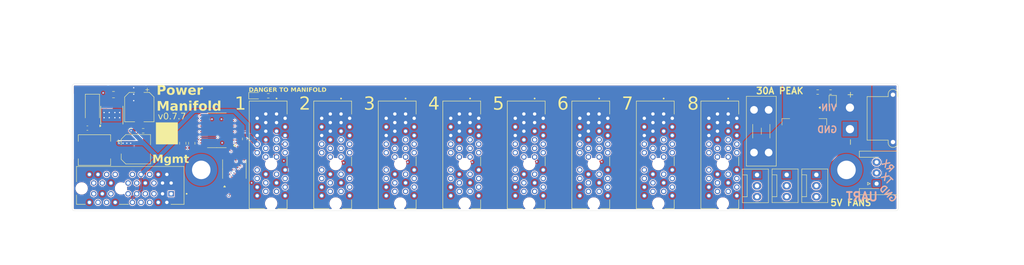
<source format=kicad_pcb>
(kicad_pcb (version 20240108) (generator "pcbnew") (generator_version "8.0")
  (title_block (date "2024-06-09") (rev "v0.7.7"))
  (layers (0 "F.Cu" signal) (1 "In1.Cu" power) (2 "In2.Cu" power) (31 "B.Cu" signal) (34 "B.Paste" user) (35 "F.Paste" user) (36 "B.SilkS" user "B.Silkscreen") (37 "F.SilkS" user "F.Silkscreen") (38 "B.Mask" user) (39 "F.Mask" user) (44 "Edge.Cuts" user))
  (net 0 "")
  (net 1 "GND")
  (net 2 "VIN")
  (net 3 "SDA1")
  (net 4 "ALERT")
  (net 7 "SDA5")
  (net 8 "SDA2")
  (net 9 "SDA6")
  (net 10 "SDA3")
  (net 11 "VDD")
  (net 12 "SDA7")
  (net 13 "SDA4")
  (net 14 "SDA8")
  (net 16 "SWD1")
  (net 18 "SW_A0")
  (net 19 "OVERLOAD")
  (net 24 "SW_A1")
  (net 25 "SWD5")
  (net 26 "SW_A2")
  (net 27 "SWD2")
  (net 28 "SWCLK")
  (net 29 "SWD6")
  (net 30 "SWD3")
  (net 31 "+5V")
  (net 32 "SCL")
  (net 33 "SDA")
  (net 34 "SWD")
  (net 35 "I2C_RESET")
  (net 37 "Net-(D1-A)")
  (net 39 "SWD7")
  (net 43 "/VIN_PREFUSE")
  (net 44 "SWD4")
  (net 49 "SWD8")
  (net 61 "Net-(U1-BOOT)")
  (net 62 "/SW")
  (net 65 "UART_TX")
  (net 70 "UART_RX")
  (net 93 "/VSENSE")
  (net 106 "Net-(D3-K)")
  (net 107 "Net-(Q1-G)")
  (net 108 "/GND_OUT")
  (footprint "MountingHole:MountingHole_4.3mm_M4_DIN965_Pad" (layer "F.Cu") (at 215 70)
    (property "Reference" "H2" (hide yes))
    (property "Value" "LRS")
  )
  (footprint "Diode_SMD:D_SOD-323" (layer "F.Cu") (at 211.8 54.3 -90)
    (property "Reference" "D3" (hide yes))
    (property "Value" "BZT52C10S")
  )
  (footprint "Inductor_SMD:L_Sunlord_MWSA0603S" (layer "F.Cu") (at 40.171471 65.385)
    (property "Reference" "L1" (hide yes))
    (property "Value" "15uH")
  )
  (footprint "Local Library:AMPHENOL_PCI_E_10018783-10210TLF" (layer "F.Cu") (at 126.25 68.65 -90)
    (property "Reference" "J9" (hide yes))
    (property "Value" "Bus_PCI_Express_x1")
  )
  (footprint "Diode_SMD:D_SMA" (layer "F.Cu") (at 39.7 55.915 -90)
    (property "Reference" "D2" (hide yes))
    (property "Value" "SS34")
  )
  (footprint "Capacitor_SMD:CP_Elec_6.3x5.4_Nichicon" (layer "F.Cu") (at 49.8 65.2)
    (property "Reference" "C4" (hide yes))
    (property "Value" "220uF")
  )
  (footprint "Package_SO:TSSOP-16_4.4x5mm_P0.65mm" (layer "F.Cu") (at 72.7 69.8 90)
    (property "Reference" "U3" (hide yes))
    (property "Value" "74HC4051")
  )
  (footprint "Capacitor_SMD:C_0603_1608Metric" (layer "F.Cu") (at 38.526471 60.285 180)
    (property "Reference" "C3" (hide yes))
    (property "Value" "10nF")
  )
  (footprint "MountingHole:MountingHole_4.3mm_M4_DIN965_Pad" (layer "F.Cu") (at 65 70)
    (property "Reference" "H1" (hide yes))
    (property "Value" "LRS")
  )
  (footprint "Local Library:AMPHENOL_PCI_E_10018783-10210TLF" (layer "F.Cu") (at 96.25 68.65 -90)
    (property "Reference" "J5" (hide yes))
    (property "Value" "Bus_PCI_Express_x1")
  )
  (footprint "Resistor_SMD:R_0603_1608Metric" (layer "F.Cu") (at 51.5 60.9)
    (property "Reference" "R3" (hide yes))
    (property "Value" "3.24K")
  )
  (footprint "LED_SMD:LED_0603_1608Metric" (layer "F.Cu") (at 77.53 52.75)
    (property "Reference" "D1" (hide yes))
    (property "Value" "LED")
  )
  (footprint "Local Library:AMPHENOL_PCI_E_10018783-10210TLF" (layer "F.Cu") (at 81.25 68.65 -90)
    (property "Reference" "J3" (hide yes))
    (property "Value" "Bus_PCI_Express_x1")
  )
  (footprint "Package_SO:TSSOP-24_4.4x7.8mm_P0.65mm" (layer "F.Cu") (at 68.6225 60.79 180)
    (property "Reference" "U2" (hide yes))
    (property "Value" "TCA9548APWR")
  )
  (footprint "Capacitor_SMD:C_0805_2012Metric" (layer "F.Cu") (at 60.7 63.8 90)
    (property "Reference" "C5" (hide yes))
    (property "Value" "10uF")
  )
  (footprint "Resistor_SMD:R_0603_1608Metric" (layer "F.Cu") (at 211.3 51.9)
    (property "Reference" "R5" (hide yes))
    (property "Value" "100K")
  )
  (footprint "Connector:FanPinHeader_1x03_P2.54mm_Vertical" (layer "F.Cu") (at 208 71.14 -90)
    (property "Reference" "M1" (hide yes))
    (property "Value" "FAN1")
  )
  (footprint "Local Library:AMPHENOL_PCI_E_10018783-10210TLF" (layer "F.Cu") (at 171.25 68.65 -90)
    (property "Reference" "J8" (hide yes))
    (property "Value" "Bus_PCI_Express_x1")
  )
  (footprint "Package_TO_SOT_SMD:TO-263-2" (layer "F.Cu") (at 205.2 62.9 -90)
    (property "Reference" "Q1" (hide yes))
    (property "Value" "IRF540N")
  )
  (footprint "Local Library:AMPHENOL_PCI_E_10018783-10210TLF" (layer "F.Cu") (at 46.35 74.3 180)
    (property "Reference" "J1" (hide yes))
    (property "Value" "Mgmt_Module")
  )
  (footprint "Fuse:Fuseholder_Blade_Mini_Keystone_3568" (layer "F.Cu") (at 196.9 56.04 -90)
    (property "Reference" "F1" (hide yes))
    (property "Value" "15A")
  )
  (footprint "Capacitor_SMD:CP_Elec_6.3x7.7" (layer "F.Cu") (at 50.6 55.4 -90)
    (property "Reference" "C1" (hide yes))
    (property "Value" "47uF")
  )
  (footprint "Local Library:AMPHENOL_PCI_E_10018783-10210TLF" (layer "F.Cu") (at 141.25 68.65 -90)
    (property "Reference" "J4" (hide yes))
    (property "Value" "Bus_PCI_Express_x1")
  )
  (footprint "Resistor_SMD:R_0603_1608Metric" (layer "F.Cu") (at 80.58 52.77 180)
    (property "Reference" "R1" (hide yes))
    (property "Value" "220R")
  )
  (footprint "Connector_AMASS:AMASS_XT30PW-M_1x02_P2.50mm_Horizontal" (layer "F.Cu") (at 215.8 60.52 -90)
    (property "Reference" "J2" (hide yes))
    (property "Value" "PWR")
  )
  (footprint "Connector:FanPinHeader_1x03_P2.54mm_Vertical" (layer "F.Cu") (at 201.1 71.14 -90)
    (property "Reference" "M2" (hide yes))
    (property "Value" "FAN2")
  )
  (footprint "Local Library:AMPHENOL_PCI_E_10018783-10210TLF" (layer "F.Cu") (at 186.25 68.65 -90)
    (property "Reference" "J10" (hide yes))
    (property "Value" "Bus_PCI_Express_x1")
  )
  (footprint "Local Library:AMPHENOL_PCI_E_10018783-10210TLF" (layer "F.Cu") (at 111.25 68.65 -90)
    (property "Reference" "J7" (hide yes))
    (property "Value" "Bus_PCI_Express_x1")
  )
  (footprint "Package_SO:TI_SO-PowerPAD-8_ThermalVias" (layer "F.Cu") (at 44.216471 57.265 90)
    (property "Reference" "U1" (hide yes))
    (property "Value" "TPS5430DDA")
  )
  (footprint "Connector_JST:JST_XH_S3B-XH-A-1_1x03_P2.50mm_Horizontal" (layer "F.Cu") (at 222 73.2 90)
    (property "Reference" "J11" (hide yes))
    (property "Value" "UPS_UART")
  )
  (footprint "Resistor_SMD:R_0603_1608Metric" (layer "F.Cu") (at 48.5 60.9 180)
    (property "Reference" "R2" (hide yes))
    (property "Value" "10K")
  )
  (footprint "Resistor_SMD:R_0603_1608Metric" (layer "F.Cu") (at 75.1 62.8 90)
    (property "Reference" "R4" (hide yes))
    (property "Value" "10K")
  )
  (footprint "Connector:FanPinHeader_1x03_P2.54mm_Vertical" (layer "F.Cu") (at 194.2 71.16 -90)
    (property "Reference" "M3" (hide yes))
    (property "Value" "FAN3")
  )
  (footprint "Capacitor_SMD:C_0805_2012Metric" (layer "F.Cu") (at 62.8 63.8 90)
    (property "Reference" "C6" (hide yes))
    (property "Value" "10uF")
  )
  (footprint "Resistor_SMD:R_0603_1608Metric" (layer "F.Cu") (at 208.3 51.9)
    (property "Reference" "R6" (hide yes))
    (property "Value" "10K")
  )
  (footprint "Capacitor_SMD:C_0805_2012Metric" (layer "F.Cu") (at 44.6 52.5)
    (property "Reference" "C2" (hide yes))
    (property "Value" "10uF")
  )
  (footprint "Local Library:AMPHENOL_PCI_E_10018783-10210TLF" (layer "F.Cu") (at 156.25 68.65 -90)
    (property "Reference" "J6" (hide yes))
    (property "Value" "Bus_PCI_Express_x1")
  )
  (gr_rect (start 54.5 59) (end 59.5 64) (stroke (width 0.1)) (fill solid) (layer "F.SilkS"))
  (gr_line (start 35 50.5) (end 35 79) (stroke (width 0.05)) (layer "Edge.Cuts"))
  (gr_arc (start 226.5 50) (mid 226.853553 50.146447) (end 227 50.5) (stroke (width 0.05)) (layer "Edge.Cuts"))
  (gr_line (start 226.5 79.5) (end 35.5 79.5) (stroke (width 0.05)) (layer "Edge.Cuts"))
  (gr_line (start 35.5 50) (end 226.5 50) (stroke (width 0.05)) (layer "Edge.Cuts"))
  (gr_arc (start 227 79) (mid 226.853553 79.353553) (end 226.5 79.5) (stroke (width 0.05)) (layer "Edge.Cuts"))
  (gr_arc (start 35.5 79.5) (mid 35.146447 79.353553) (end 35 79) (stroke (width 0.05)) (layer "Edge.Cuts"))
  (gr_line (start 227 50.5) (end 227 79) (stroke (width 0.05)) (layer "Edge.Cuts"))
  (gr_arc (start 35 50.5) (mid 35.146447 50.146447) (end 35.5 50) (stroke (width 0.05)) (layer "Edge.Cuts"))
  (gr_text "GND" (at 213 61.5 -0) (layer "B.SilkS") (effects (font (size 1.5 1.5) (thickness 0.3) (bold yes)) (justify left bottom mirror)))
  (gr_text "VIN" (at 212.9 56.4 0) (layer "B.SilkS") (effects (font (size 1.5 1.5) (thickness 0.3) (bold yes)) (justify left bottom mirror)))
  (gr_text "UART" (at 222.5 77.4 0) (layer "B.SilkS") (effects (font (size 2 2) (thickness 0.4) (bold yes)) (justify left bottom mirror)))
  (gr_text "TX" (at 224.8 73.7 315) (layer "B.SilkS") (effects (font (size 1.5 1.5) (thickness 0.3) (bold yes)) (justify left bottom mirror)))
  (gr_text "RX" (at 225.2 70.9 315) (layer "B.SilkS") (effects (font (size 1.5 1.5) (thickness 0.3) (bold yes)) (justify left bottom mirror)))
  (gr_text "GND" (at 225.8 77.9 315) (layer "B.SilkS") (effects (font (size 1.5 1.5) (thickness 0.3) (bold yes)) (justify left bottom mirror)))
  (gr_text "${REVISION}" (at 54.9 58.5 0) (layer "F.SilkS") (effects (font (size 1.5 1.5) (thickness 0.225)) (justify left bottom)))
  (gr_text "8" (at 178 56.5 0) (layer "F.SilkS") (effects (font (size 3 3) (thickness 0.3)) (justify left bottom)))
  (gr_text "Mgmt" (at 53.6 68.7 0) (layer "F.SilkS") (effects (font (size 1.9 1.9) (thickness 0.375) (bold yes)) (justify left bottom)))
  (gr_text "3" (at 102.75 56.5 0) (layer "F.SilkS") (effects (font (size 3 3) (thickness 0.3)) (justify left bottom)))
  (gr_text "30A PEAK" (at 199.5 52.5 0) (layer "F.SilkS") (effects (font (size 1.5 1.5) (thickness 0.3) (bold yes)) (justify bottom)))
  (gr_text "2" (at 87.75 56.5 0) (layer "F.SilkS") (effects (font (size 3 3) (thickness 0.3)) (justify left bottom)))
  (gr_text "6" (at 147.75 56.5 0) (layer "F.SilkS") (effects (font (size 3 3) (thickness 0.3)) (justify left bottom)))
  (gr_text "DANGER TO MANIFOLD" (at 76.045 52.015 0) (layer "F.SilkS") (effects (font (size 1 1) (thickness 0.2) (bold yes) (italic yes)) (justify left bottom)))
  (gr_text "5" (at 132.75 56.5 0) (layer "F.SilkS") (effects (font (size 3 3) (thickness 0.3)) (justify left bottom)))
  (gr_text "7" (at 162.75 56.5 0) (layer "F.SilkS") (effects (font (size 3 3) (thickness 0.3)) (justify left bottom)))
  (gr_text "Power\nManifold" (at 54.6 56.6 0) (layer "F.SilkS") (effects (font (size 2.2 2.2) (thickness 0.36) (bold yes) (italic yes)) (justify left bottom)))
  (gr_text "4" (at 117.75 56.5 0) (layer "F.SilkS") (effects (font (size 3 3) (thickness 0.3)) (justify left bottom)))
  (gr_text "1" (at 72.75 56.5 0) (layer "F.SilkS") (effects (font (size 3 3) (thickness 0.3)) (justify left bottom)))
  (gr_text "5V FANS" (at 211.1 78.5 0) (layer "F.SilkS") (effects (font (size 1.5 1.5) (thickness 0.3) (bold yes)) (justify left bottom)))
  (via (at 76.7 73) (size 0.6) (drill 0.3) (layers "F.Cu" "B.Cu") (net 1))
  (via (at 143 68.1) (size 0.6) (drill 0.3) (layers "F.Cu" "B.Cu") (net 1))
  (via (at 69.86 63.71) (size 0.6) (drill 0.3) (layers "F.Cu" "B.Cu") (net 1))
  (via (at 128 68.2) (size 0.6) (drill 0.3) (layers "F.Cu" "B.Cu") (net 1))
  (via (at 42.2 52.1) (size 0.6) (drill 0.3) (layers "F.Cu" "B.Cu") (net 1))
  (via (at 113 68.2) (size 0.6) (drill 0.3) (layers "F.Cu" "B.Cu") (net 1))
  (via (at 69.7 58.2) (size 0.6) (drill 0.3) (layers "F.Cu" "B.Cu") (net 1))
  (via (at 84.2 67.9) (size 0.6) (drill 0.3) (layers "F.Cu" "B.Cu") (net 1))
  (via (at 98.1 68.3) (size 0.6) (drill 0.3) (layers "F.Cu" "B.Cu") (net 1))
  (via (at 67.5 58.2) (size 0.6) (drill 0.3) (layers "F.Cu" "B.Cu") (net 1))
  (via (at 158.1 68.1) (size 0.6) (drill 0.3) (layers "F.Cu" "B.Cu") (net 1))
  (via (at 49.3 53.9) (size 0.5) (drill 0.3) (layers "F.Cu" "B.Cu") (net 2))
  (via (at 49.3 50.9) (size 0.5) (drill 0.3) (layers "F.Cu" "B.Cu") (net 2))
  (via (at 49.3 52.4) (size 0.5) (drill 0.3) (layers "F.Cu" "B.Cu") (net 2))
  (segment (start 74.4 61.1) (end 73.085 62.415) (width 0.2) (layer "F.Cu") (net 3))
  (segment (start 76.1 61.6) (end 75.6 61.1) (width 0.2) (layer "F.Cu") (net 3))
  (segment (start 77.608982 64.944) (end 76.1 63.435018) (width 0.2) (layer "F.Cu") (net 3))
  (segment (start 84.5 64) (end 79.335018 64) (width 0.2) (layer "F.Cu") (net 3))
  (segment (start 76.1 63.435018) (end 76.1 61.6) (width 0.2) (layer "F.Cu") (net 3))
  (segment (start 78.391018 64.944) (end 77.608982 64.944) (width 0.2) (layer "F.Cu") (net 3))
  (segment (start 79.335018 64) (end 78.391018 64.944) (width 0.2) (layer "F.Cu") (net 3))
  (segment (start 73.085 62.415) (end 71.485 62.415) (width 0.2) (layer "F.Cu") (net 3))
  (segment (start 75.6 61.1) (end 74.4 61.1) (width 0.2) (layer "F.Cu") (net 3))
  (segment (start 64.885 57.215) (end 64.6 57.5) (width 0.2) (layer "F.Cu") (net 7))
  (segment (start 65.76 57.215) (end 64.885 57.215) (width 0.2) (layer "F.Cu") (net 7))
  (via (at 64.6 57.5) (size 0.45) (drill 0.3) (layers "F.Cu" "B.Cu") (net 7))
  (segment (start 72.8 61.11) (end 71.49 61.11) (width 0.2) (layer "F.Cu") (net 8))
  (via (at 72.8 61.11) (size 0.45) (drill 0.3) (layers "F.Cu" "B.Cu") (net 8))
  (segment (start 64.6 58.52) (end 64.605 58.515) (width 0.2) (layer "F.Cu") (net 9))
  (segment (start 64.605 58.515) (end 65.76 58.515) (width 0.2) (layer "F.Cu") (net 9))
  (via (at 64.6 58.52) (size 0.45) (drill 0.3) (layers "F.Cu" "B.Cu") (net 9))
  (segment (start 72.8 59.81) (end 71.49 59.81) (width 0.2) (layer "F.Cu") (net 10))
  (via (at 72.8 59.81) (size 0.45) (drill 0.3) (layers "F.Cu" "B.Cu") (net 10))
  (segment (start 60.7 64.75) (end 61.65 63.8) (width 0.25) (layer "F.Cu") (net 11))
  (segment (start 68.1 65) (end 70.0375 66.9375) (width 0.25) (layer "F.Cu") (net 11))
  (segment (start 64.604732 64.365) (end 65.76 64.365) (width 0.25) (layer "F.Cu") (net 11))
  (segment (start 61.65 63.8) (end 63.6 63.8) (width 0.25) (layer "F.Cu") (net 11))
  (segment (start 61.8 64.9) (end 62.65 64.9) (width 0.2) (layer "F.Cu") (net 11))
  (segment (start 61.8 64.9) (end 60.85 64.9) (width 0.2) (layer "F.Cu") (net 11))
  (segment (start 62.8 64.75) (end 63.65 64.75) (width 0.25) (layer "F.Cu") (net 11))
  (segment (start 70.0375 66.9375) (end 70.425 66.9375) (width 0.25) (layer "F.Cu") (net 11))
  (segment (start 63.6 63.8) (end 64.169732 64.369732) (width 0.25) (layer "F.Cu") (net 11))
  (segment (start 75.625 63.625) (end 75.1 63.625) (width 0.2) (layer "F.Cu") (net 11))
  (segment (start 63.9 65) (end 68.1 65) (width 0.25) (layer "F.Cu") (net 11))
  (segment (start 63.65 64.75) (end 63.9 65) (width 0.25) (layer "F.Cu") (net 11))
  (segment (start 64.169732 64.369732) (end 64.6 64.369732) (width 0.25) (layer "F.Cu") (net 11))
  (segment (start 78 66) (end 75.625 63.625) (width 0.2) (layer "F.Cu") (net 11))
  (via (at 61.8 64.9) (size 0.6) (drill 0.3) (layers "F.Cu" "B.Cu") (net 11))
  (segment (start 64.605 59.815) (end 65.76 59.815) (width 0.2) (layer "F.Cu") (net 12))
  (segment (start 64.6 59.81) (end 64.605 59.815) (width 0.2) (layer "F.Cu") (net 12))
  (via (at 64.6 59.81) (size 0.45) (drill 0.3) (layers "F.Cu" "B.Cu") (net 12))
  (segment (start 72.785 58.515) (end 71.485 58.515) (width 0.2) (layer "F.Cu") (net 13))
  (segment (start 72.8 58.5) (end 72.785 58.515) (width 0.2) (layer "F.Cu") (net 13))
  (via (at 72.8 58.5) (size 0.45) (drill 0.3) (layers "F.Cu" "B.Cu") (net 13))
  (segment (start 64.6 61.11) (end 65.755 61.11) (width 0.2) (layer "F.Cu") (net 14))
  (via (at 64.6 61.11) (size 0.45) (drill 0.3) (layers "F.Cu" "B.Cu") (net 14))
  (segment (start 72.979288 68.624999) (end 75.475001 68.624999) (width 0.2) (layer "F.Cu") (net 16))
  (segment (start 72.375 68.020711) (end 72.979288 68.624999) (width 0.2) (layer "F.Cu") (net 16))
  (segment (start 77.1 67) (end 78.335018 67) (width 0.2) (layer "F.Cu") (net 16))
  (segment (start 72.375 66.9375) (end 72.375 68.020711) (width 0.2) (layer "F.Cu") (net 16))
  (segment (start 79.279018 66.056) (end 81.556 66.056) (width 0.2) (layer "F.Cu") (net 16))
  (segment (start 75.475001 68.624999) (end 77.1 67) (width 0.2) (layer "F.Cu") (net 16))
  (segment (start 78.335018 67) (end 79.279018 66.056) (width 0.2) (layer "F.Cu") (net 16))
  (segment (start 81.556 66.056) (end 82.5 67) (width 0.2) (layer "F.Cu") (net 16))
  (segment (start 73.675 64.835) (end 73.675 67.025) (width 0.2) (layer "F.Cu") (net 18))
  (segment (start 73.2 64.36) (end 73.675 64.835) (width 0.2) (layer "F.Cu") (net 18))
  (segment (start 73.2 64.36) (end 73.195 64.365) (width 0.2) (layer "F.Cu") (net 18))
  (via (at 73.2 64.36) (size 0.45) (drill 0.3) (layers "F.Cu" "B.Cu") (net 18))
  (segment (start 81.405 61.305) (end 81.405 52.77) (width 0.2) (layer "F.Cu") (net 19))
  (segment (start 84.044 62.944) (end 83.044 61.944) (width 0.2) (layer "F.Cu") (net 19))
  (segment (start 84.5 74) (end 85.444 73.056) (width 0.2) (layer "F.Cu") (net 19))
  (segment (start 83.044 61.944) (end 82.044 61.944) (width 0.2) (layer "F.Cu") (net 19))
  (segment (start 84.891018 62.944) (end 84.044 62.944) (width 0.2) (layer "F.Cu") (net 19))
  (segment (start 82.044 61.944) (end 81.405 61.305) (width 0.2) (layer "F.Cu") (net 19))
  (segment (start 85.444 73.056) (end 85.444 63.496982) (width 0.2) (layer "F.Cu") (net 19))
  (segment (start 85.444 63.496982) (end 84.891018 62.944) (width 0.2) (layer "F.Cu") (net 19))
  (segment (start 72.8 63.720003) (end 73.302466 63.720003) (width 0.2) (layer "F.Cu") (net 24))
  (segment (start 74.3 64.717537) (end 74.3 67) (width 0.2) (layer "F.Cu") (net 24))
  (segment (start 73.302466 63.720003) (end 74.3 64.717537) (width 0.2) (layer "F.Cu") (net 24))
  (segment (start 72.8 63.720003) (end 72.794997 63.715) (width 0.2) (layer "F.Cu") (net 24))
  (via (at 72.8 63.720003) (size 0.45) (drill 0.3) (layers "F.Cu" "B.Cu") (net 24))
  (segment (start 72.6 69.947808) (end 71.352192 69.947808) (width 0.2) (layer "F.Cu") (net 25))
  (segment (start 70.425 70.875) (end 70.425 72.6625) (width 0.2) (layer "F.Cu") (net 25))
  (segment (start 71.352192 69.947808) (end 70.425 70.875) (width 0.2) (layer "F.Cu") (net 25))
  (via (at 72.6 69.947808) (size 0.45) (drill 0.3) (layers "F.Cu" "B.Cu") (net 25))
  (segment (start 75 68) (end 74.975 67.975) (width 0.2) (layer "F.Cu") (net 26))
  (segment (start 74.975 67.975) (end 74.975 66.9375) (width 0.2) (layer "F.Cu") (net 26))
  (via (at 68.8 62.425) (size 0.45) (drill 0.3) (layers "F.Cu" "B.Cu") (net 26))
  (via (at 64.6 62.41) (size 0.45) (drill 0.3) (layers "F.Cu" "B.Cu") (net 26))
  (via (at 75 68) (size 0.45) (drill 0.3) (layers "F.Cu" "B.Cu") (net 26))
  (segment (start 68.785 62.41) (end 64.6 62.41) (width 0.2) (layer "B.Cu") (net 26))
  (segment (start 68.8 62.425) (end 68.785 62.41) (width 0.2) (layer "B.Cu") (net 26))
  (segment (start 74.175 69.024999) (end 72.813602 69.024999) (width 0.2) (layer "F.Cu") (net 27))
  (segment (start 72.813602 69.024999) (end 71.725 67.936397) (width 0.2) (layer "F.Cu") (net 27))
  (segment (start 71.725 67.936397) (end 71.725 66.9375) (width 0.2) (layer "F.Cu") (net 27))
  (segment (start 74.3 69.149999) (end 74.175 69.024999) (width 0.2) (layer "F.Cu") (net 27))
  (via (at 74.3 69.149999) (size 0.45) (drill 0.3) (layers "F.Cu" "B.Cu") (net 27))
  (segment (start 72.631913 70.7) (end 73.025 71.093087) (width 0.2) (layer "F.Cu") (net 29))
  (segment (start 73.025 71.093087) (end 73.025 72.6625) (width 0.2) (layer "F.Cu") (net 29))
  (via (at 72.631913 70.7) (size 0.45) (drill 0.3) (layers "F.Cu" "B.Cu") (net 29))
  (segment (start 73.496751 69.424999) (end 72.647916 69.424999) (width 0.2) (layer "F.Cu") (net 30))
  (segment (start 72.647916 69.424999) (end 71.075 67.852083) (width 0.2) (layer "F.Cu") (net 30))
  (segment (start 71.075 67.852083) (end 71.075 66.9375) (width 0.2) (layer "F.Cu") (net 30))
  (segment (start 73.7 69.628248) (end 73.496751 69.424999) (width 0.2) (layer "F.Cu") (net 30))
  (via (at 73.7 69.628248) (size 0.5) (drill 0.3) (layers "F.Cu" "B.Cu") (net 30))
  (segment (start 48.7 60.9) (end 49.325 60.9) (width 0.2) (layer "F.Cu") (net 31))
  (via (at 47.7 63.8) (size 0.6) (drill 0.3) (layers "F.Cu" "B.Cu") (net 31))
  (via (at 48.7 60.9) (size 0.45) (drill 0.3) (layers "F.Cu" "B.Cu") (net 31))
  (via (at 48.6 63.808532) (size 0.6) (drill 0.3) (layers "F.Cu" "B.Cu") (net 31))
  (via (at 46.8 63.8) (size 0.6) (drill 0.3) (layers "F.Cu" "B.Cu") (net 31))
  (via (at 45.9 63.8) (size 0.6) (drill 0.3) (layers "F.Cu" "B.Cu") (net 31))
  (segment (start 51 71.05) (end 51 74.55) (width 0.3) (layer "B.Cu") (net 31))
  (segment (start 58.86 60.74) (end 58.86 63.19) (width 1) (layer "B.Cu") (net 31))
  (segment (start 51 71.05) (end 58.86 63.19) (width 1) (layer "B.Cu") (net 31))
  (segment (start 72.7 56.3) (end 75.8 59.4) (width 1) (layer "B.Cu") (net 31))
  (segment (start 63.3 56.3) (end 72.7 56.3) (width 1) (layer "B.Cu") (net 31))
  (segment (start 49 77.55) (end 49 76.55) (width 0.3) (layer "B.Cu") (net 31))
  (segment (start 75.8 61.8) (end 78 64) (width 1) (layer "B.Cu") (net 31))
  (segment (start 45.9 63.8) (end 51.6 63.8) (width 1) (layer "B.Cu") (net 31))
  (segment (start 49 76.55) (end 50 75.55) (width 0.3) (layer "B.Cu") (net 31))
  (segment (start 48.7 60.9) (end 51.6 63.8) (width 1) (layer "B.Cu") (net 31))
  (segment (start 63.3 56.3) (end 58.86 60.74) (width 1) (layer "B.Cu") (net 31))
  (segment (start 75.8 59.4) (end 75.8 61.8) (width 1) (layer "B.Cu") (net 31))
  (segment (start 51 74.55) (end 50 75.55) (width 0.3) (layer "B.Cu") (net 31))
  (segment (start 51.6 63.8) (end 54.925 67.125) (width 1) (layer "B.Cu") (net 31))
  (segment (start 70.829044 61.765) (end 71.485 61.765) (width 0.2) (layer "F.Cu") (net 32))
  (segment (start 66.575 60.465) (end 65.76 60.465) (width 0.2) (layer "F.Cu") (net 32))
  (segment (start 70.4475 60.765001) (end 70.4475 61.383456) (width 0.2) (layer "F.Cu") (net 32))
  (segment (start 65.76 61.765) (end 66.497499 61.765) (width 0.2) (layer "F.Cu") (net 32))
  (segment (start 70.747501 59.165) (end 70.4 59.512501) (width 0.2) (layer "F.Cu") (net 32))
  (segment (start 70.4 60.035956) (end 70.829044 60.465) (width 0.2) (layer "F.Cu") (net 32))
  (segment (start 65.76 61.765) (end 64.502537 61.765) (width 0.2) (layer "F.Cu") (net 32))
  (segment (start 66.497499 59.165) (end 66.7975 59.465001) (width 0.2) (layer "F.Cu") (net 32))
  (segment (start 65.76 60.465) (end 66.497499 60.465) (width 0.2) (layer "F.Cu") (net 32))
  (segment (start 71.485 59.165) (end 70.747501 59.165) (width 0.2) (layer "F.Cu") (net 32))
  (segment (start 66.605 59.165) (end 65.76 59.165) (width 0.2) (layer "F.Cu") (net 32))
  (segment (start 70.829044 59.165) (end 71.485 59.165) (width 0.2) (layer "F.Cu") (net 32))
  (segment (start 71.485 60.465) (end 70.747501 60.465) (width 0.2) (layer "F.Cu") (net 32))
  (segment (start 64.075 62.192537) (end 64.075 62.675) (width 0.2) (layer "F.Cu") (net 32))
  (segment (start 71.3 65.1) (end 69.6 65.1) (width 0.2) (layer "F.Cu") (net 32))
  (segment (start 65.76 57.865) (end 66.497499 57.865) (width 0.2) (layer "F.Cu") (net 32))
  (segment (start 66.7975 60.765001) (end 66.7975 61.5325) (width 0.2) (layer "F.Cu") (net 32))
  (segment (start 66.497499 57.865) (end 66.7975 58.165001) (width 0.2) (layer "F.Cu") (net 32))
  (segment (start 64.502537 61.765) (end 64.075 62.192537) (width 0.2) (layer "F.Cu") (net 32))
  (segment (start 64.075 62.675) (end 64.469726 63.069726) (width 0.2) (layer "F.Cu") (net 32))
  (segment (start 67.569726 63.069726) (end 64.6 63.069726) (width 0.2) (layer "F.Cu") (net 32))
  (segment (start 69.6 65.1) (end 67.569726 63.069726) (width 0.2) (layer "F.Cu") (net 32))
  (segment (start 70.4475 58.246544) (end 70.4475 58.783456) (width 0.2) (layer "F.Cu") (net 32))
  (segment (start 70.829044 57.865) (end 70.4475 58.246544) (width 0.2) (layer "F.Cu") (net 32))
  (segment (start 66.7975 58.165001) (end 66.7975 58.9725) (width 0.2) (layer "F.Cu") (net 32))
  (segment (start 70.747501 60.465) (end 70.4475 60.765001) (width 0.2) (layer "F.Cu") (net 32))
  (segment (start 70.829044 60.465) (end 71.485 60.465) (width 0.2) (layer "F.Cu") (net 32))
  (segment (start 66.565 61.765) (end 65.76 61.765) (width 0.2) (layer "F.Cu") (net 32))
  (segment (start 66.7975 58.9725) (end 66.605 59.165) (width 0.2) (layer "F.Cu") (net 32))
  (segment (start 70.4 59.512501) (end 70.4 60.035956) (width 0.2) (layer "F.Cu") (net 32))
  (segment (start 71.485 57.865) (end 70.829044 57.865) (width 0.2) (layer "F.Cu") (net 32))
  (segment (start 65.76 59.165) (end 66.497499 59.165) (width 0.2) (layer "F.Cu") (net 32))
  (segment (start 71.9 65.7) (end 71.3 65.1) (width 0.2) (layer "F.Cu") (net 32))
  (segment (start 64.469726 63.069726) (end 64.6 63.069726) (width 0.2) (layer "F.Cu") (net 32))
  (segment (start 64.617574 63.060004) (end 65.755004 63.060004) (width 0.2) (layer "F.Cu") (net 32))
  (segment (start 66.7975 61.5325) (end 66.565 61.765) (width 0.2) (layer "F.Cu") (net 32))
  (segment (start 66.7975 59.465001) (end 66.7975 60.2425) (width 0.2) (layer "F.Cu") (net 32))
  (segment (start 70.4475 58.783456) (end 70.829044 59.165) (width 0.2) (layer "F.Cu") (net 32))
  (segment (start 71.485 61.765) (end 65.76 61.765) (width 0.2) (layer "F.Cu") (net 32))
  (segment (start 66.7975 60.2425) (end 66.575 60.465) (width 0.2) (layer "F.Cu") (net 32))
  (segment (start 66.497499 60.465) (end 66.7975 60.765001) (width 0.2) (layer "F.Cu") (net 32))
  (segment (start 70.4475 61.383456) (end 70.829044 61.765) (width 0.2) (layer "F.Cu") (net 32))
  (via (at 64.6 63.069726) (size 0.45) (drill 0.3) (layers "F.Cu" "B.Cu") (net 32))
  (via (at 71.9 65.7) (size 0.45) (drill 0.3) (layers "F.Cu" "B.Cu") (net 32))
  (segment (start 64.6 63.719729) (end 65.755271 63.719729) (width 0.2) (layer "F.Cu") (net 33))
  (via (at 64.6 63.719729) (size 0.45) (drill 0.3) (layers "F.Cu" "B.Cu") (net 33))
  (segment (start 71.4 76) (end 71.725 75.675) (width 0.2) (layer "F.Cu") (net 34))
  (segment (start 71.725 75.675) (end 71.725 72.6625) (width 0.2) (layer "F.Cu") (net 34))
  (via (at 71.4 76) (size 0.6) (drill 0.3) (layers "F.Cu" "B.Cu") (net 34))
  (segment (start 72.795 63.065) (end 71.485 63.065) (width 0.2) (layer "F.Cu") (net 35))
  (segment (start 72.8 63.07) (end 72.795 63.065) (width 0.2) (layer "F.Cu") (net 35))
  (segment (start 73.33 63.07) (end 74.425 61.975) (width 0.2) (layer "F.Cu") (net 35))
  (segment (start 74.425 61.975) (end 75.1 61.975) (width 0.2) (layer "F.Cu") (net 35))
  (segment (start 72.8 63.07) (end 73.33 63.07) (width 0.2) (layer "F.Cu") (net 35))
  (via (at 72.8 63.07) (size 0.45) (drill 0.3) (layers "F.Cu" "B.Cu") (net 35))
  (segment (start 78.3175 52.75) (end 79.735 52.75) (width 0.2) (layer "F.Cu") (net 37))
  (segment (start 71.860315 70.748489) (end 71.851511 70.748489) (width 0.2) (layer "F.Cu") (net 39))
  (segment (start 71.075 71.525) (end 71.075 72.6625) (width 0.2) (layer "F.Cu") (net 39))
  (segment (start 71.851511 70.748489) (end 71.075 71.525) (width 0.2) (layer "F.Cu") (net 39))
  (via (at 71.860315 70.748489) (size 0.45) (drill 0.3) (layers "F.Cu" "B.Cu") (net 39))
  (segment (start 73.025 67.928248) (end 73.025 66.9375) (width 0.2) (layer "F.Cu") (net 44))
  (segment (start 73.1 68.003248) (end 73.025 67.928248) (width 0.2) (layer "F.Cu") (net 44))
  (via (at 73.1 68.003248) (size 0.45) (drill 0.3) (layers "F.Cu" "B.Cu") (net 44))
  (segment (start 72.375 71.996232) (end 72.375 72.6625) (width 0.2) (layer "F.Cu") (net 49))
  (segment (start 71.860616 71.481848) (end 72.375 71.996232) (width 0.2) (layer "F.Cu") (net 49))
  (via (at 71.860616 71.481848) (size 0.45) (drill 0.3) (layers "F.Cu" "B.Cu") (net 49))
  (segment (start 39.301471 60.285) (end 41.991471 60.285) (width 0.2) (layer "F.Cu") (net 61))
  (segment (start 41.991471 60.285) (end 42.311471 59.965) (width 0.2) (layer "F.Cu") (net 61))
  (segment (start 47.675 60.9) (end 46.6 60.9) (width 0.2) (layer "F.Cu") (net 93))
  (segment (start 50.675 60.9) (end 49.9 61.675) (width 0.2) (layer "F.Cu") (net 93))
  (segment (start 46.6 60.9) (end 46.121471 60.421471) (width 0.2) (layer "F.Cu") (net 93))
  (segment (start 49.9 61.675) (end 48.45 61.675) (width 0.2) (layer "F.Cu") (net 93))
  (segment (start 48.45 61.675) (end 47.675 60.9) (width 0.2) (layer "F.Cu") (net 93))
  (segment (start 210.475 51.925) (end 211.8 53.25) (width 0.2) (layer "F.Cu") (net 106))
  (segment (start 210.475 51.9) (end 210.475 51.925) (width 0.2) (layer "F.Cu") (net 106))
  (segment (start 210.475 51.9) (end 209.125 51.9) (width 0.2) (layer "F.Cu") (net 106))
  (segment (start 207.74 55.25) (end 207.74 52.165) (width 0.2) (layer "F.Cu") (net 107))
  (segment (start 207.74 52.165) (end 207.475 51.9) (width 0.2) (layer "F.Cu") (net 107))
  (zone (net 108) (net_name "/GND_OUT") (layer "F.Cu") (priority 4) (connect_pads yes (clearance 0)) (min_thickness 0.25) (fill yes (thermal_gap 0.5) (thermal_bridge_width 0.5))
    (polygon (pts (xy 217.8 57.8) (xy 218.5 58.5) (xy 218.5 65) (xy 217.8 65.7) (xy 213.6 65.7) (xy 210.8 68.5) (xy 210.8 69) (xy 210.5 69.3) (xy 199.6 69.3) (xy 199.6 59.8) (xy 199.9 59.5) (xy 207.6 59.5) (xy 209.3 57.8)))
  )
  (zone (net 0) (net_name "") (layer "F.Cu") (connect_pads yes (clearance 0)) (min_thickness 0.25)
    (keepout (tracks allowed) (vias allowed) (pads allowed) (copperpour not_allowed) (footprints allowed))
    (fill (thermal_gap 0.5) (thermal_bridge_width 0.5))
    (polygon (pts (xy 38.51 67.401881) (xy 36.67 67.401881) (xy 36.67 68.761881) (xy 49.5 68.761881) (xy 49.5 67.406881) (xy 41.816561 67.406881) (xy 41.81457 67.40489) (xy 41.81457 63.3) (xy 51.48 63.3) (xy 51.48 60.061881) (xy 47.5 60.061881) (xy 46.5 59.061881) (xy 41.91 59.061881) (xy 41.5 59.471881) (xy 38.51 59.471881)))
  )
  (zone (net 2) (net_name "VIN") (layer "F.Cu") (priority 5) (connect_pads yes (clearance 0)) (min_thickness 0.25) (fill yes (thermal_gap 0.5) (thermal_bridge_width 0.5))
    (polygon (pts (xy 42.9 55.6) (xy 44.3 55.6) (xy 44.3 51.6) (xy 46.106428 51.6) (xy 49.405714 54.7) (xy 52.07 54.7) (xy 52.07 50.4) (xy 43.63 50.4) (xy 42.9 51.13)))
  )
  (zone (net 62) (net_name "/SW") (layer "F.Cu") (priority 5) (connect_pads yes (clearance 0)) (min_thickness 0.25) (fill yes (thermal_gap 0.5) (thermal_bridge_width 0.5))
    (polygon (pts (xy 38.51 67.33) (xy 38.51 55.53) (xy 42.92 55.53) (xy 42.92 53.38) (xy 42.5 53.38) (xy 41.57 52.45) (xy 35.73 52.45) (xy 35.73 67.33)))
  )
  (zone (net 1) (net_name "GND") (layer "F.Cu") (connect_pads yes (clearance 0)) (min_thickness 0.25) (fill yes (thermal_gap 0.5) (thermal_bridge_width 0.5))
    (polygon (pts (xy 35 50) (xy 227.01 50) (xy 227.01 79.5) (xy 35 79.5)))
  )
  (zone (net 31) (net_name "+5V") (layer "F.Cu") (priority 5) (connect_pads yes (clearance 0)) (min_thickness 0.25) (fill yes (thermal_gap 0.5) (thermal_bridge_width 0.5))
    (polygon (pts (xy 49.3 67.4) (xy 41.8 67.4) (xy 41.8 63.308855) (xy 49.299999 63.3)))
  )
  (zone (net 43) (net_name "/VIN_PREFUSE") (layer "B.Cu") (priority 5) (connect_pads yes (clearance 0)) (min_thickness 0.25) (fill yes (thermal_gap 0.5) (thermal_bridge_width 0.5))
    (polygon (pts (xy 227 50) (xy 227 79.5) (xy 191.1 79.5) (xy 191.1 63.4) (xy 193 61.5) (xy 197.4 61.5) (xy 200.2 58.7) (xy 200.2 50)))
  )
  (zone (net 1) (net_name "GND") (layer "B.Cu") (priority 6) (connect_pads yes (clearance 0)) (min_thickness 0.25) (fill yes (thermal_gap 0.5) (thermal_bridge_width 0.5) (island_removal_mode 1) (island_area_min 10))
    (polygon (pts (xy 227 50) (xy 227 65.5) (xy 221 65.5) (xy 221 50)))
  )
  (zone (net 2) (net_name "VIN") (layer "B.Cu") (connect_pads yes (clearance 0)) (min_thickness 0.25) (fill yes (thermal_gap 0.5) (thermal_bridge_width 0.5))
    (polygon (pts (xy 35 50) (xy 227 50) (xy 227 79.5) (xy 35 79.5)))
  )
)
</source>
